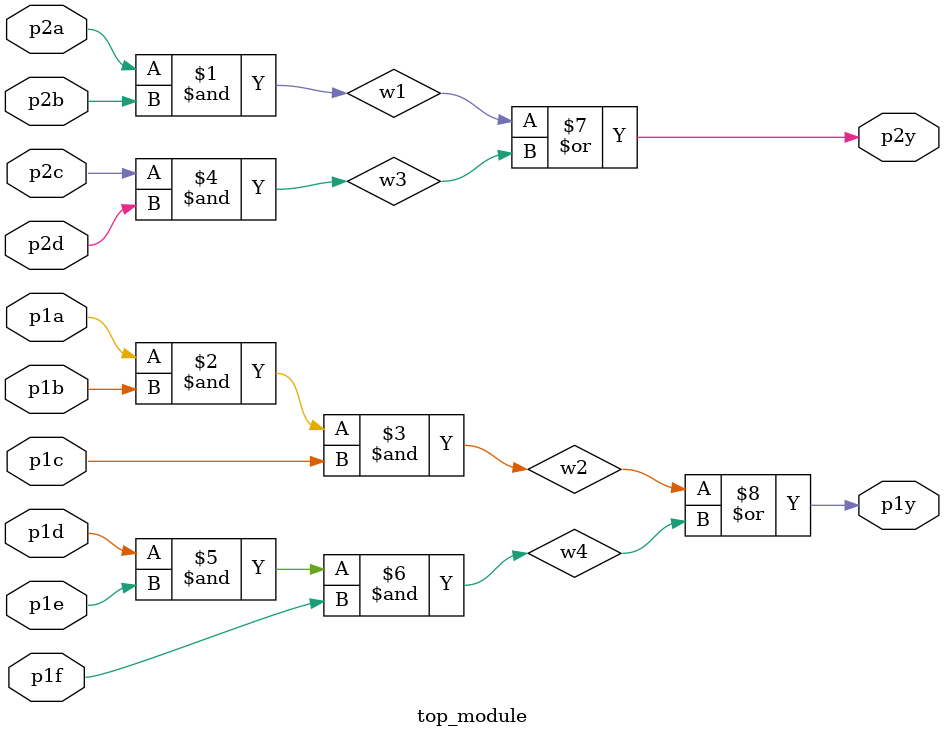
<source format=v>
module top_module ( 
    input p1a, p1b, p1c, p1d, p1e, p1f,
    output p1y,
    input p2a, p2b, p2c, p2d,
    output p2y );
    wire w1,w2,w3,w4;
    assign w1 = p2a & p2b;
    assign w2 = p1a & p1b & p1c;
    assign w3 = p2c & p2d;
    assign w4 = p1d & p1e & p1f;
    assign p2y = w1 | w3;
    assign p1y = w2 | w4;

endmodule

</source>
